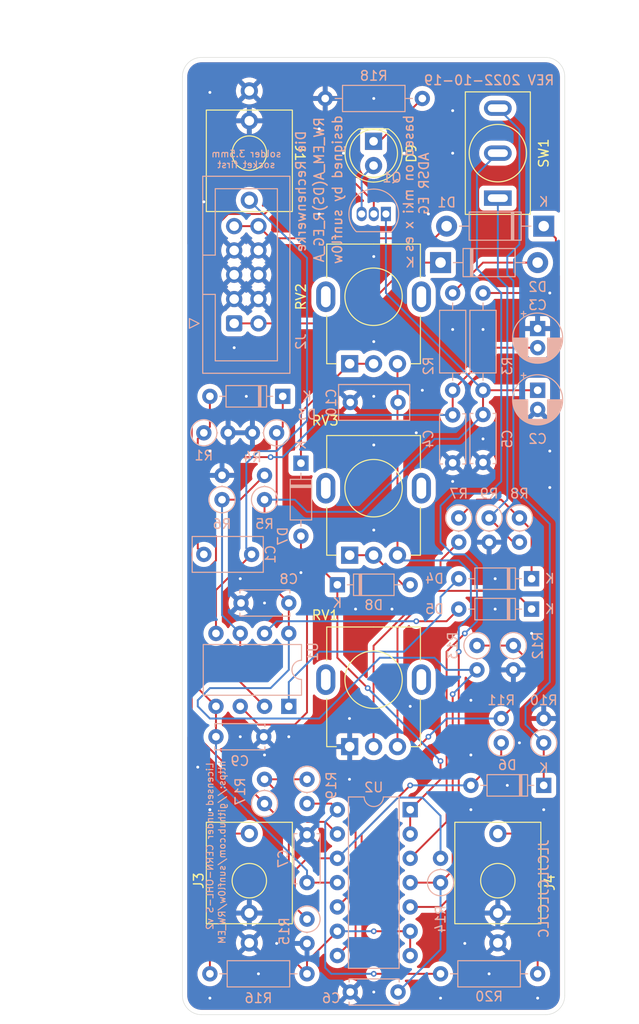
<source format=kicad_pcb>
(kicad_pcb (version 20211014) (generator pcbnew)
  (title_block (title "RW_EM_A(DS)R_EG_A") (date "2022-10-19") (rev "2022-10-19") (comment 1 "Licensed under CERN-OHL-S v2+"))
  (layers (0 "F.Cu" signal) (31 "B.Cu" signal) (34 "B.Paste" user) (35 "F.Paste" user) (36 "B.SilkS" user "B.Silkscreen") (37 "F.SilkS" user "F.Silkscreen") (38 "B.Mask" user) (39 "F.Mask" user) (44 "Edge.Cuts" user))
  (net 0 "")
  (net 1 "Net-(C1-Pad1)")
  (net 2 "Net-(C1-Pad2)")
  (net 3 "+12V")
  (net 4 "GND")
  (net 5 "-12V")
  (net 6 "Net-(C10-Pad2)")
  (net 7 "Net-(D1-Pad1)")
  (net 8 "Net-(D1-Pad2)")
  (net 9 "Net-(D2-Pad1)")
  (net 10 "Net-(D2-Pad2)")
  (net 11 "Net-(D3-Pad1)")
  (net 12 "Net-(D4-Pad1)")
  (net 13 "Net-(D4-Pad2)")
  (net 14 "Net-(D5-Pad1)")
  (net 15 "Net-(D5-Pad2)")
  (net 16 "Net-(D6-Pad1)")
  (net 17 "Net-(D6-Pad2)")
  (net 18 "Net-(D7-Pad1)")
  (net 19 "Net-(D7-Pad2)")
  (net 20 "Net-(D8-Pad2)")
  (net 21 "Net-(D9-Pad1)")
  (net 22 "Net-(D9-Pad2)")
  (net 23 "Net-(J3-PadT)")
  (net 24 "Net-(J4-PadT)")
  (net 25 "Net-(Q1-Pad2)")
  (net 26 "Net-(R5-Pad2)")
  (net 27 "Net-(R7-Pad2)")
  (net 28 "Net-(R8-Pad2)")
  (net 29 "Net-(R11-Pad2)")
  (net 30 "Net-(R14-Pad2)")
  (net 31 "Net-(R17-Pad2)")
  (net 32 "Net-(R19-Pad2)")
  (net 33 "Net-(SW1-Pad2)")
  (footprint "LED_THT:LED_D5.0mm" (layer "F.Cu") (at 160 38.76 -90)
    (fp_text reference "D9")
    (fp_text value "LED")
  )
  (footprint "RW_EurorackModular:Potentiometer_R0904N_SongHuei" (layer "F.Cu") (at 160 75)
    (fp_text reference "RV3")
    (fp_text value "1M")
  )
  (footprint "RW_EurorackModular:Potentiometer_R0904N_SongHuei" (layer "F.Cu") (at 160 95)
    (fp_text reference "RV1")
    (fp_text value "100k")
  )
  (footprint "RW_EurorackModular:PJ301M-12" (layer "F.Cu") (at 147 40 180)
    (fp_text reference "J1")
    (fp_text value "PJ301M-12")
  )
  (footprint "RW_EurorackModular:PJ301M-12" (layer "F.Cu") (at 147 116)
    (fp_text reference "J3")
    (fp_text value "PJ301M-12")
  )
  (footprint "RW_EurorackModular:Potentiometer_R0904N_SongHuei" (layer "F.Cu") (at 160 55)
    (fp_text reference "RV2")
    (fp_text value "1M")
  )
  (footprint "RW_EurorackModular:PJ301M-12" (layer "F.Cu") (at 173 116)
    (fp_text reference "J4")
    (fp_text value "PJ301M-12")
  )
  (footprint "RW_EurorackModular:Toggle_Switch_LUGS_SPDT" (layer "F.Cu") (at 173 40)
    (fp_text reference "SW1")
    (fp_text value "SW_SPDT")
  )
  (footprint "Package_DIP:DIP-8_W7.62mm" (layer "B.Cu") (at 151.13 97.79 90)
    (fp_text reference "U1")
    (fp_text value "TL072")
  )
  (footprint "Resistor_THT:R_Axial_DIN0207_L6.3mm_D2.5mm_P2.54mm_Vertical" (layer "B.Cu") (at 142.24 69.215)
    (fp_text reference "R1")
    (fp_text value "33k")
  )
  (footprint "Capacitor_THT:C_Disc_D5.0mm_W2.5mm_P5.00mm" (layer "B.Cu") (at 148.51 100.965 180)
    (fp_text reference "C9")
    (fp_text value "100nF")
  )
  (footprint "Diode_THT:D_DO-35_SOD27_P7.62mm_Horizontal" (layer "B.Cu") (at 150.495 65.405 180)
    (fp_text reference "D3")
    (fp_text value "1N4148")
  )
  (footprint "Capacitor_THT:C_Disc_D5.0mm_W2.5mm_P5.00mm" (layer "B.Cu") (at 151.13 86.995 180)
    (fp_text reference "C8")
    (fp_text value "100nF")
  )
  (footprint "Diode_THT:D_DO-41_SOD81_P10.16mm_Horizontal" (layer "B.Cu") (at 177.8 47.625 180)
    (fp_text reference "D1")
    (fp_text value "1N5819")
  )
  (footprint "Resistor_THT:R_Axial_DIN0207_L6.3mm_D2.5mm_P2.54mm_Vertical" (layer "B.Cu") (at 174.625 91.44 -90)
    (fp_text reference "R12")
    (fp_text value "100k")
  )
  (footprint "Resistor_THT:R_Axial_DIN0207_L6.3mm_D2.5mm_P10.16mm_Horizontal" (layer "B.Cu") (at 168.275 54.61 -90)
    (fp_text reference "R2")
    (fp_text value "10")
  )
  (footprint "Diode_THT:D_DO-35_SOD27_P7.62mm_Horizontal" (layer "B.Cu") (at 152.4 72.39 -90)
    (fp_text reference "D7")
    (fp_text value "1N4148")
  )
  (footprint "Resistor_THT:R_Axial_DIN0207_L6.3mm_D2.5mm_P2.54mm_Vertical" (layer "B.Cu") (at 175.26 78.105 -90)
    (fp_text reference "R8")
    (fp_text value "33k")
  )
  (footprint "Resistor_THT:R_Axial_DIN0207_L6.3mm_D2.5mm_P2.54mm_Vertical" (layer "B.Cu") (at 144.145 76.2 90)
    (fp_text reference "R6")
    (fp_text value "47k")
  )
  (footprint "Diode_THT:D_DO-35_SOD27_P7.62mm_Horizontal" (layer "B.Cu") (at 177.8 106.045 180)
    (fp_text reference "D6")
    (fp_text value "1N4148")
  )
  (footprint "Package_DIP:DIP-14_W7.62mm" (layer "B.Cu") (at 163.83 108.585 180)
    (fp_text reference "U2")
    (fp_text value "TL074")
  )
  (footprint "Resistor_THT:R_Axial_DIN0207_L6.3mm_D2.5mm_P2.54mm_Vertical" (layer "B.Cu") (at 153.035 120.015 -90)
    (fp_text reference "R15")
    (fp_text value "33k")
  )
  (footprint "Resistor_THT:R_Axial_DIN0207_L6.3mm_D2.5mm_P2.54mm_Vertical" (layer "B.Cu") (at 148.59 107.95 90)
    (fp_text reference "R17")
    (fp_text value "100k")
  )
  (footprint "Resistor_THT:R_Axial_DIN0207_L6.3mm_D2.5mm_P2.54mm_Vertical" (layer "B.Cu") (at 173.355 101.6 90)
    (fp_text reference "R11")
    (fp_text value "47k")
  )
  (footprint "Diode_THT:D_DO-35_SOD27_P7.62mm_Horizontal" (layer "B.Cu") (at 176.53 84.455 180)
    (fp_text reference "D4")
    (fp_text value "1N4148")
  )
  (footprint "Resistor_THT:R_Axial_DIN0207_L6.3mm_D2.5mm_P10.16mm_Horizontal" (layer "B.Cu") (at 165.1 34.29 180)
    (fp_text reference "R18")
    (fp_text value "1k")
  )
  (footprint "Connector_IDC:IDC-Header_2x05_P2.54mm_Vertical" (layer "B.Cu") (at 145.415 57.785)
    (fp_text reference "J2")
    (fp_text value "IDC_02x05")
  )
  (footprint "Resistor_THT:R_Axial_DIN0207_L6.3mm_D2.5mm_P2.54mm_Vertical" (layer "B.Cu") (at 167.005 116.205 90)
    (fp_text reference "R14")
    (fp_text value "47k")
  )
  (footprint "Resistor_THT:R_Axial_DIN0207_L6.3mm_D2.5mm_P10.16mm_Horizontal" (layer "B.Cu") (at 167.005 125.73)
    (fp_text reference "R20")
    (fp_text value "1k")
  )
  (footprint "Resistor_THT:R_Axial_DIN0207_L6.3mm_D2.5mm_P2.54mm_Vertical" (layer "B.Cu") (at 170.815 91.44 -90)
    (fp_text reference "R13")
    (fp_text value "47k")
  )
  (footprint "Resistor_THT:R_Axial_DIN0207_L6.3mm_D2.5mm_P2.54mm_Vertical" (layer "B.Cu") (at 177.8 101.6 90)
    (fp_text reference "R10")
    (fp_text value "100k")
  )
  (footprint "Capacitor_THT:C_Rect_L7.2mm_W3.5mm_P5.00mm_FKS2_FKP2_MKS2_MKP2" (layer "B.Cu") (at 157.56 66.04)
    (fp_text reference "C10")
    (fp_text value "1uF")
  )
  (footprint "Package_TO_SOT_THT:TO-92_Inline" (layer "B.Cu") (at 161.29 46.355 180)
    (fp_text reference "Q1")
    (fp_text value "BC548")
  )
  (footprint "Capacitor_THT:C_Disc_D5.0mm_W2.5mm_P5.00mm" (layer "B.Cu") (at 171.45 67.31 -90)
    (fp_text reference "C4")
    (fp_text value "100nF")
  )
  (footprint "Capacitor_THT:CP_Radial_D5.0mm_P2.00mm" (layer "B.Cu") (at 177.165 58.325 -90)
    (fp_text reference "C3")
    (fp_text value "47uF")
  )
  (footprint "Resistor_THT:R_Axial_DIN0207_L6.3mm_D2.5mm_P2.54mm_Vertical" (layer "B.Cu") (at 172.085 78.105 -90)
    (fp_text reference "R9")
    (fp_text value "200k")
  )
  (footprint "Resistor_THT:R_Axial_DIN0207_L6.3mm_D2.5mm_P10.16mm_Horizontal" (layer "B.Cu") (at 171.45 54.61 -90)
    (fp_text reference "R3")
    (fp_text value "10")
  )
  (footprint "Resistor_THT:R_Axial_DIN0207_L6.3mm_D2.5mm_P2.54mm_Vertical" (layer "B.Cu") (at 148.59 76.2 90)
    (fp_text reference "R5")
    (fp_text value "100k")
  )
  (footprint "Capacitor_THT:C_Disc_D5.0mm_W2.5mm_P5.00mm" (layer "B.Cu") (at 168.275 72.35 90)
    (fp_text reference "C5")
    (fp_text value "100nF")
  )
  (footprint "Diode_THT:D_DO-35_SOD27_P7.62mm_Horizontal" (layer "B.Cu") (at 156.21 85.09)
    (fp_text reference "D8")
    (fp_text value "1N4148")
  )
  (footprint "Resistor_THT:R_Axial_DIN0207_L6.3mm_D2.5mm_P2.54mm_Vertical" (layer "B.Cu") (at 168.91 78.105 -90)
    (fp_text reference "R7")
    (fp_text value "100k")
  )
  (footprint "Capacitor_THT:C_Disc_D5.0mm_W2.5mm_P5.00mm" (layer "B.Cu") (at 162.56 127.635 180)
    (fp_text reference "C6")
    (fp_text value "100nF")
  )
  (footprint "Capacitor_THT:C_Disc_D5.0mm_W2.5mm_P5.00mm" (layer "B.Cu") (at 153.035 111.205 -90)
    (fp_text reference "C7")
    (fp_text value "100nF")
  )
  (footprint "Capacitor_THT:C_Rect_L7.2mm_W3.5mm_P5.00mm_FKS2_FKP2_MKS2_MKP2" (layer "B.Cu") (at 147.24 81.915 180)
    (fp_text reference "C1")
    (fp_text value "1uF")
  )
  (footprint "Diode_THT:D_DO-35_SOD27_P7.62mm_Horizontal" (layer "B.Cu") (at 176.53 87.63 180)
    (fp_text reference "D5")
    (fp_text value "1N4148")
  )
  (footprint "Capacitor_THT:CP_Radial_D5.0mm_P2.00mm" (layer "B.Cu") (at 177.165 64.77 -90)
    (fp_text reference "C2")
    (fp_text value "47uF")
  )
  (footprint "Diode_THT:D_DO-41_SOD81_P10.16mm_Horizontal" (layer "B.Cu") (at 167.005 51.435)
    (fp_text reference "D2")
    (fp_text value "1N5819")
  )
  (footprint "Resistor_THT:R_Axial_DIN0207_L6.3mm_D2.5mm_P2.54mm_Vertical" (layer "B.Cu") (at 149.86 69.215 180)
    (fp_text reference "R4")
    (fp_text value "100k")
  )
  (footprint "Resistor_THT:R_Axial_DIN0207_L6.3mm_D2.5mm_P2.54mm_Vertical" (layer "B.Cu") (at 153.035 105.41 -90)
    (fp_text reference "R19")
    (fp_text value "100k")
  )
  (footprint "Resistor_THT:R_Axial_DIN0207_L6.3mm_D2.5mm_P10.16mm_Horizontal" (layer "B.Cu") (at 153.035 125.73 180)
    (fp_text reference "R16")
    (fp_text value "1k")
  )
  (gr_arc (start 142 130) (mid 140.585786 129.414214) (end 140 128) (layer "Edge.Cuts") (width 0.05))
  (gr_arc (start 140 32) (mid 140.585786 30.585786) (end 142 30) (layer "Edge.Cuts") (width 0.05))
  (gr_arc (start 180 128) (mid 179.414214 129.414214) (end 178 130) (layer "Edge.Cuts") (width 0.05))
  (gr_line (start 178 130) (end 142 130) (layer "Edge.Cuts") (width 0.05))
  (gr_line (start 180 32) (end 180 128) (layer "Edge.Cuts") (width 0.05))
  (gr_line (start 142 30) (end 178 30) (layer "Edge.Cuts") (width 0.05))
  (gr_line (start 140 128) (end 140 32) (layer "Edge.Cuts") (width 0.05))
  (gr_arc (start 178 30) (mid 179.414214 30.585786) (end 180 32) (layer "Edge.Cuts") (width 0.05))
  (gr_text "designed by sunfl0w" (at 156.21 43.815 90) (layer "B.SilkS") (effects (font (size 1 1) (thickness 0.16)) (justify mirror)))
  (gr_text "RW_EM_A(DS)R_EG_A" (at 154.305 43.815 90) (layer "B.SilkS") (effects (font (size 1 1) (thickness 0.16)) (justify mirror)))
  (gr_text "JLCJLCJLCJLC" (at 177.8 116.84 90) (layer "B.SilkS") (effects (font (size 1 1) (thickness 0.16)) (justify mirror)))
  (gr_text "https://github.com/sunfl0w/RW_EM" (at 144.145 113.03 90) (layer "B.SilkS") (effects (font (size 0.7 0.7) (thickness 0.12)) (justify mirror)))
  (gr_text "Licensed under CERN-OHL-S v2" (at 142.875 112.395 90) (layer "B.SilkS") (effects (font (size 0.7 0.7) (thickness 0.12)) (justify mirror)))
  (gr_text "REV 2022-10-19" (at 172.085 32.385) (layer "B.SilkS") (effects (font (size 1 1) (thickness 0.16)) (justify mirror)))
  (gr_text "based on mki x es\nADSR EG" (at 164.465 43.18 90) (layer "B.SilkS") (effects (font (size 1 1) (thickness 0.16)) (justify mirror)))
  (gr_text "solder 3.5mm\nsocket first" (at 146.685 40.64) (layer "B.SilkS") (effects (font (size 0.7 0.7) (thickness 0.12)) (justify mirror)))
  (gr_text "Die Rechenwerke" (at 152.4 44 90) (layer "B.SilkS") (effects (font (size 1 1) (thickness 0.16)) (justify mirror)))
  (segment (start 143.51 85.645) (end 143.51 90.17) (width 0.2) (layer "F.Cu") (net 1))
  (segment (start 147.24 81.915) (end 143.51 85.645) (width 0.2) (layer "F.Cu") (net 1))
  (segment (start 147.955 71.12) (end 146.685 72.39) (width 0.2) (layer "B.Cu") (net 1))
  (segment (start 153.035 67.945) (end 149.86 71.12) (width 0.2) (layer "B.Cu") (net 1))
  (segment (start 146.685 72.39) (end 146.685 81.28) (width 0.2) (layer "B.Cu") (net 1))
  (segment (start 146.685 81.28) (end 147.24 81.835) (width 0.2) (layer "B.Cu") (net 1))
  (segment (start 147 44.92) (end 153.035 50.955) (width 0.2) (layer "B.Cu") (net 1))
  (segment (start 153.035 50.955) (end 153.035 67.945) (width 0.2) (layer "B.Cu") (net 1))
  (segment (start 149.86 71.12) (end 147.955 71.12) (width 0.2) (layer "B.Cu") (net 1))
  (segment (start 147.24 81.835) (end 147.24 81.915) (width 0.2) (layer "B.Cu") (net 1))
  (segment (start 141.605 81.28) (end 142.24 81.915) (width 0.2) (layer "F.Cu") (net 2))
  (segment (start 141.605 69.85) (end 141.605 81.28) (width 0.2) (layer "F.Cu") (net 2))
  (segment (start 142.24 69.215) (end 141.605 69.85) (width 0.2) (layer "F.Cu") (net 2))
  (segment (start 142.875 68.58) (end 142.24 69.215) (width 0.2) (layer "F.Cu") (net 2))
  (segment (start 142.875 65.405) (end 142.875 68.58) (width 0.2) (layer "F.Cu") (net 2))
  (segment (start 171.45 64.77) (end 171.45 67.31) (width 0.2) (layer "F.Cu") (net 3))
  (segment (start 168.275 114.935) (end 168.275 96.52) (width 0.2) (layer "F.Cu") (net 3))
  (segment (start 148.59 76.2) (end 148.59 84.455) (width 0.2) (layer "F.Cu") (net 3))
  (segment (start 151.13 86.995) (end 151.13 90.17) (width 0.2) (layer "F.Cu") (net 3))
  (segment (start 163.83 116.205) (end 167.005 116.205) (width 0.2) (layer "F.Cu") (net 3))
  (segment (start 148.59 84.455) (end 151.13 86.995) (width 0.2) (layer "F.Cu") (net 3))
  (segment (start 171.45 64.77) (end 177.165 64.77) (width 0.2) (layer "F.Cu") (net 3))
  (segment (start 167.005 116.205) (end 168.275 114.935) (width 0.2) (layer "F.Cu") (net 3))
  (via (at 168.275 96.52) (size 0.6) (drill 0.3) (layers "F.Cu" "B.Cu") (net 3))
  (segment (start 161.29 54.61) (end 171.45 64.77) (width 0.2) (layer "B.Cu") (net 3))
  (segment (start 158.75 77.47) (end 166.37 69.85) (width 0.2) (layer "B.Cu") (net 3))
  (segment (start 141.605 97.155) (end 142.875 95.885) (width 0.2) (layer "B.Cu") (net 3))
  (segment (start 151.765 76.2) (end 153.035 77.47) (width 0.2) (layer "B.Cu") (net 3))
  (segment (start 166.37 92.71) (end 160.655 92.71) (width 0.2) (layer "B.Cu") (net 3))
  (segment (start 160.655 92.71) (end 154.305 99.06) (width 0.2) (layer "B.Cu") (net 3))
  (segment (start 162.56 127.635) (end 167.005 123.19) (width 0.2) (layer "B.Cu") (net 3))
  (segment (start 149.225 95.885) (end 151.13 93.98) (width 0.2) (layer "B.Cu") (net 3))
  (segment (start 168.91 69.85) (end 171.45 67.31) (width 0.2) (layer "B.Cu") (net 3))
  (segment (start 142.875 99.06) (end 141.605 97.79) (width 0.2) (layer "B.Cu") (net 3))
  (segment (start 151.13 93.98) (end 151.13 90.17) (width 0.2) (layer "B.Cu") (net 3))
  (segment (start 161.29 46.355) (end 161.29 54.61) (width 0.2) (layer "B.Cu") (net 3))
  (segment (start 166.37 69.85) (end 168.91 69.85) (width 0.2) (layer "B.Cu") (net 3))
  (segment (start 167.005 123.19) (end 167.005 116.205) (width 0.2) (layer "B.Cu") (net 3))
  (segment (start 141.605 97.79) (end 141.605 97.155) (width 0.2) (layer "B.Cu") (net 3))
  (segment (start 154.305 99.06) (end 142.875 99.06) (width 0.2) (layer "B.Cu") (net 3))
  (segment (start 167.64 93.98) (end 166.37 92.71) (width 0.2) (layer "B.Cu") (net 3))
  (segment (start 170.815 93.98) (end 167.64 93.98) (width 0.2) (layer "B.Cu") (net 3))
  (segment (start 153.035 77.47) (end 158.75 77.47) (width 0.2) (layer "B.Cu") (net 3))
  (segment (start 168.275 96.52) (end 170.815 93.98) (width 0.2) (layer "B.Cu") (net 3))
  (segment (start 142.875 95.885) (end 149.225 95.885) (width 0.2) (layer "B.Cu") (net 3))
  (segment (start 148.59 76.2) (end 151.765 76.2) (width 0.2) (layer "B.Cu") (net 3))
  (via (at 177.8 108.585) (size 0.6) (drill 0.3) (layers "F.Cu" "B.Cu") (net 4))
  (via (at 170.18 108.585) (size 0.6) (drill 0.3) (layers "F.Cu" "B.Cu") (net 4))
  (via (at 167.005 128.27) (size 0.6) (drill 0.3) (layers "F.Cu" "B.Cu") (net 4))
  (via (at 141.605 104.14) (size 0.6) (drill 0.3) (layers "F.Cu" "B.Cu") (net 4))
  (via (at 148.59 86.995) (size 0.6) (drill 0.3) (layers "F.Cu" "B.Cu") (net 4))
  (via (at 142.24 45.085) (size 0.6) (drill 0.3) (layers "F.Cu" "B.Cu") (net 4))
  (via (at 172.72 84.455) (size 0.6) (drill 0.3) (layers "F.Cu" "B.Cu") (net 4))
  (via (at 173.99 106.045) (size 0.6) (drill 0.3) (layers "F.Cu" "B.Cu") (net 4))
  (via (at 142.875 33.655) (size 0.6) (drill 0.3) (layers "F.Cu" "B.Cu") (net 4))
  (via (at 142.875 71.12) (size 0.6) (drill 0.3) (layers "F.Cu" "B.Cu") (net 4))
  (via (at 152.4 83.82) (size 0.6) (drill 0.3) (layers "F.Cu" "B.Cu") (net 4))
  (via (at 168.275 58.42) (size 0.6) (drill 0.3) (layers "F.Cu" "B.Cu") (net 4))
  (via (at 148.59 102.87) (size 0.6) (drill 0.3) (layers "F.Cu" "B.Cu") (net 4))
  (via (at 160.02 70.485) (size 0.6) (drill 0.3) (layers "F.Cu" "B.Cu") (net 4))
  (via (at 170.18 97.155) (size 0.6) (drill 0.3) (layers "F.Cu" "B.Cu") (net 4))
  (via (at 160.02 79.375) (size 0.6) (drill 0.3) (layers "F.Cu" "B.Cu") (net 4))
  (via (at 168.275 74.295) (size 0.6) (drill 0.3) (layers "F.Cu" "B.Cu") (net 4))
  (via (at 149.86 122.555) (size 0.6) (drill 0.3) (layers "F.Cu" "B.Cu") (net 4))
  (via (at 178.435 54.61) (size 0.6) (drill 0.3) (layers "F.Cu" "B.Cu") (net 4))
  (via (at 156.845 40.005) (size 0.6) (drill 0.3) (layers "F.Cu" "B.Cu") (net 4))
  (via (at 160.02 127.635) (size 0.6) (drill 0.3) (layers "F.Cu" "B.Cu") (net 4))
  (via (at 177.165 128.27) (size 0.6) (drill 0.3) (layers "F.Cu" "B.Cu") (net 4))
  (via (at 157.48 105.41) (size 0.6) (drill 0.3) (layers "F.Cu" "B.Cu") (net 4))
  (via (at 146.685 65.405) (size 0.6) (drill 0.3) (layers "F.Cu" "B.Cu") (net 4))
  (via (at 160.02 65.405) (size 0.6) (drill 0.3) (layers "F.Cu" "B.Cu") (net 4))
  (via (at 160.02 50.8) (size 0.6) (drill 0.3) (layers "F.Cu" "B.Cu") (net 4))
  (via (at 165.1 64.77) (size 0.6) (drill 0.3) (layers "F.Cu" "B.Cu") (net 4))
  (via (at 160.02 59.69) (size 0.6) (drill 0.3) (layers "F.Cu" "B.Cu") (net 4))
  (via (at 161.925 87.63) (size 0.6) (drill 0.3) (layers "F.Cu" "B.Cu") (net 4))
  (via (at 171.45 58.42) (size 0.6) (drill 0.3) (layers "F.Cu" "B.Cu") (net 4))
  (via (at 154.305 37.465) (size 0.6) (drill 0.3) (layers "F.Cu" "B.Cu") (net 4))
  (via (at 160.02 34.29) (size 0.6) (drill 0.3) (layers "F.Cu" "B.Cu") (net 4))
  (via (at 146.05 84.455) (size 0.6) (drill 0.3) (layers "F.Cu" "B.Cu") (net 4))
  (via (at 163.195 40.005) (size 0.6) (drill 0.3) (layers "F.Cu" "B.Cu") (net 4))
  (via (at 165.735 46.355) (size 0.6) (drill 0.3) (layers "F.Cu" "B.Cu") (net 4))
  (via (at 171.45 69.85) (size 0.6) (drill 0.3) (layers "F.Cu" "B.Cu") (net 4))
  (via (at 151.13 100.965) (size 0.6) (drill 0.3) (layers "F.Cu" "B.Cu") (net 4))
  (via (at 178.435 74.93) (size 0.6) (drill 0.3) (layers "F.Cu" "B.Cu") (net 4))
  (via (at 142.875 108.585) (size 0.6) (drill 0.3) (layers "F.Cu" "B.Cu") (net 4))
  (via (at 168.275 40.005) (size 0.6) (drill 0.3) (layers "F.Cu" "B.Cu") (net 4))
  (via (at 172.085 125.73) (size 0.6) (drill 0.3) (layers "F.Cu" "B.Cu") (net 4))
  (via (at 176.53 90.17) (size 0.6) (drill 0.3) (layers "F.Cu" "B.Cu") (net 4))
  (via (at 145.415 60.325) (size 0.6) (drill 0.3) (layers "F.Cu" "B.Cu") (net 4))
  (via (at 172.72 87.63) (size 0.6) (drill 0.3) (layers "F.Cu" "B.Cu") (net 4))
  (via (at 157.48 99.06) (size 0.6) (drill 0.3) (layers "F.Cu" "B.Cu") (net 4))
  (via (at 169.545 122.555) (size 0.6) (drill 0.3) (layers "F.Cu" "B.Cu") (net 4))
  (via (at 158.115 87.63) (size 0.6) (drill 0.3) (layers "F.Cu" "B.Cu") (net 4))
  (via (at 142.875 128.27) (size 0.6) (drill 0.3) (layers "F.Cu" "B.Cu") (net 4))
  (via (at 178.435 71.12) (size 0.6) (drill 0.3) (layers "F.Cu" "B.Cu") (net 4))
  (via (at 154.305 46.355) (size 0.6) (drill 0.3) (layers "F.Cu" "B.Cu") (net 4))
  (via (at 163.83 97.79) (size 0.6) (drill 0.3) (layers "F.Cu" "B.Cu") (net 4))
  (via (at 146.05 100.965) (size 0.6) (drill 0.3) (layers "F.Cu" "B.Cu") (net 4))
  (via (at 168.275 35.56) (size 0.6) (drill 0.3) (layers "F.Cu" "B.Cu") (net 4))
  (via (at 175.26 101.6) (size 0.6) (drill 0.3) (layers "F.Cu" "B.Cu") (net 4))
  (via (at 170.18 102.87) (size 0.6) (drill 0.3) (layers "F.Cu" "B.Cu") (net 4))
  (via (at 164.465 69.215) (size 0.6) (drill 0.3) (layers "F.Cu" "B.Cu") (net 4))
  (via (at 147.955 125.73) (size 0.6) (drill 0.3) (layers "F.Cu" "B.Cu") (net 4))
  (segment (start 143.51 82.55) (end 143.51 80.01) (width 0.2) (layer "F.Cu") (net 5))
  (segment (start 142.24 73.025) (end 143.51 71.755) (width 0.2) (layer "F.Cu") (net 5))
  (segment (start 156.21 116.205) (end 153.035 116.205) (width 0.2) (layer "F.Cu") (net 5))
  (segment (start 142.24 78.74) (end 142.24 73.025) (width 0.2) (layer "F.Cu") (net 5))
  (segment (start 141.605 84.455) (end 143.51 82.55) (width 0.2) (layer "F.Cu") (net 5))
  (segment (start 172.72 60.325) (end 177.165 60.325) (width 0.2) (layer "F.Cu") (net 5))
  (segment (start 143.51 80.01) (end 142.24 78.74) (width 0.2) (layer "F.Cu") (net 5))
  (segment (start 168.275 64.77) (end 168.275 67.35) (width 0.2) (layer "F.Cu") (net 5))
  (segment (start 141.605 95.885) (end 141.605 84.455) (width 0.2) (layer "F.Cu") (net 5))
  (segment (start 143.51 97.79) (end 143.51 100.965) (width 0.2) (layer "F.Cu") (net 5))
  (segment (start 143.51 71.755) (end 149.225 71.755) (width 0.2) (layer "F.Cu") (net 5))
  (segment (start 168.275 64.77) (end 172.72 60.325) (width 0.2) (layer "F.Cu") (net 5))
  (segment (start 143.51 97.79) (end 141.605 95.885) (width 0.2) (layer "F.Cu") (net 5))
  (via (at 149.225 71.755) (size 0.6) (drill 0.3) (layers "F.Cu" "B.Cu") (net 5))
  (segment (start 143.51 100.965) (end 143.51 105.41) (width 0.2) (layer "B.Cu") (net 5))
  (segment (start 154.9 67.35) (end 168.275 67.35) (width 0.2) (layer "B.Cu") (net 5))
  (segment (start 143.51 105.41) (end 153.035 114.935) (width 0.2) (layer "B.Cu") (net 5))
  (segment (start 153.035 114.935) (end 153.035 116.205) (width 0.2) (layer "B.Cu") (net 5))
  (segment (start 150.495 71.755) (end 154.9 67.35) (width 0.2) (layer "B.Cu") (net 5))
  (segment (start 149.225 71.755) (end 150.495 71.755) (width 0.2) (layer "B.Cu") (net 5))
  (segment (start 163.83 118.745) (end 167.005 118.745) (width 0.2) (layer "F.Cu") (net 6))
  (segment (start 162.5 65.98) (end 162.56 66.04) (width 0.2) (layer "F.Cu") (net 6))
  (segment (start 162.5 66.1) (end 162.56 66.04) (width 0.2) (layer "F.Cu") (net 6))
  (segment (start 168.91 116.84) (end 168.91 92.075) (width 0.2) (layer "F.Cu") (net 6))
  (segment (start 167.005 118.745) (end 168.91 116.84) (width 0.2) (layer "F.Cu") (net 6))
  (segment (start 162.5 82) (end 162.5 66.1) (width 0.2) (layer "F.Cu") (net 6))
  (segment (start 162.5 62) (end 162.5 65.98) (width 0.2) (layer "F.Cu") (net 6))
  (via (at 168.91 92.075) (size 0.6) (drill 0.3) (layers "F.Cu" "B.Cu") (net 6))
  (segment (start 170.18 83.82) (end 168.91 82.55) (width 0.2) (layer "B.Cu") (net 6))
  (segment (start 168.91 89.535) (end 170.18 88.265) (width 0.2) (layer "B.Cu") (net 6))
  (segment (start 168.91 92.075) (end 168.91 89.535) (width 0.2) (layer "B.Cu") (net 6))
  (segment (start 170.18 88.265) (end 170.18 83.82) (width 0.2) (layer "B.Cu") (net 6))
  (segment (start 168.91 82.55) (end 163.05 82.55) (width 0.2) (layer "B.Cu") (net 6))
  (segment (start 163.05 82.55) (end 162.5 82) (width 0.2) (layer "B.Cu") (net 6))
  (segment (start 179.07 48.895) (end 179.07 52.07) (width 0.2) (layer "F.Cu") (net 7))
  (segment (start 179.07 52.07) (end 176.53 54.61) (width 0.2) (layer "F.Cu") (net 7))
  (segment (start 176.53 54.61) (end 171.45 54.61) (width 0.2) (layer "F.Cu") (net 7))
  (segment (start 177.8 47.625) (end 179.07 48.895) (width 0.2) (layer "F.Cu") (net 7))
  (segment (start 145.415 47.625) (end 147.955 47.625) (width 0.2) (layer "F.Cu") (net 8))
  (segment (start 149.225 48.895) (end 166.37 48.895) (width 0.2) (layer "F.Cu") (net 8))
  (segment (start 166.37 48.895) (end 167.64 47.625) (width 0.2) (layer "F.Cu") (net 8))
  (segment (start 147.955 47.625) (end 149.225 48.895) (width 0.2) (layer "F.Cu") (net 8))
  (segment (start 147.955 57.785) (end 157.48 57.785) (width 0.2) (layer "F.Cu") (net 9))
  (segment (start 157.48 57.785) (end 163.83 51.435) (width 0.2) (layer "F.Cu") (net 9))
  (segment (start 163.83 51.435) (end 167.005 51.435) (width 0.2) (layer "F.Cu") (net 9))
  (segment (start 145.415 57.785) (end 147.955 57.785) (width 0.2) (layer "F.Cu") (net 9))
  (segment (start 171.45 51.435) (end 177.165 51.435) (width 0.2) (layer "F.Cu") (net 10))
  (segment (start 168.275 54.61) (end 171.45 51.435) (width 0.2) (layer "F.Cu") (net 10))
  (segment (start 150.495 65.405) (end 150.495 68.58) (width 0.2) (layer "F.Cu") (net 11))
  (segment (start 153.035 86.36) (end 153.035 98.425) (width 0.2) (layer "F.Cu") (net 11))
  (segment (start 153.035 98.425) (end 151.765 99.695) (width 0.2) (layer "F.Cu") (net 11))
  (segment (start 149.86 69.215) (end 149.86 83.185) (width 0.2) (layer "F.Cu") (net 11))
  (segment (start 149.86 83.185) (end 153.035 86.36) (width 0.2) (layer "F.Cu") (net 11))
  (segment (start 147.955 99.695) (end 146.05 97.79) (width 0.2) (layer "F.Cu") (net 11))
  (segment (start 151.765 99.695) (end 147.955 99.695) (width 0.2) (layer "F.Cu") (net 11))
  (segment (start 150.495 68.58) (end 149.86 69.215) (width 0.2) (layer "F.Cu") (net 11))
  (segment (start 176.53 79.375) (end 175.26 78.105) (width 0.2) (layer "F.Cu") (net 12))
  (segment (start 173.355 76.2) (end 175.26 78.105) (width 0.2) (layer "F.Cu") (net 12))
  (segment (start 176.53 84.455) (end 176.53 79.375) (width 0.2) (layer "F.Cu") (net 12))
  (segment (start 168.91 78.105) (end 170.815 76.2) (width 0.2) (layer "F.Cu") (net 12))
  (segment (start 170.815 76.2) (end 173.355 76.2) (width 0.2) (layer "F.Cu") (net 12))
  (segment (start 167.005 88.265) (end 167.005 86.36) (width 0.2) (layer "B.Cu") (net 13))
  (segment (start 151.13 95.25) (end 154.305 92.075) (width 0.2) (layer "B.Cu") (net 13))
  (segment (start 154.305 92.075) (end 163.195 92.075) (width 0.2) (layer "B.Cu") (net 13))
  (segment (start 167.005 86.36) (end 168.91 84.455) (width 0.2) (layer "B.Cu") (net 13))
  (segment (start 163.195 92.075) (end 167.005 88.265) (width 0.2) (layer "B.Cu") (net 13))
  (segment (start 151.13 97.79) (end 151.13 95.25) (width 0.2) (layer "B.Cu") (net 13))
  (segment (start 162.5 102) (end 162.5 89.595) (width 0.2) (layer "F.Cu") (net 14))
  (segment (start 166.37 85.725) (end 174.625 85.725) (width 0.2) (layer "F.Cu") (net 14))
  (segment (start 162.5 89.595) (end 166.37 85.725) (width 0.2) (layer "F.Cu") (net 14))
  (segment (start 174.625 85.725) (end 176.53 87.63) (width 0.2) (layer "F.Cu") (net 14))
  (segment (start 167.64 88.9) (end 168.91 87.63) (width 0.2) (layer "F.Cu") (net 15))
  (segment (start 164.465 88.9) (end 167.64 88.9) (width 0.2) (layer "F.Cu") (net 15))
  (via (at 164.465 88.9) (size 0.6) (drill 0.3) (layers "F.Cu" "B.Cu") (net 15))
  (segment (start 149.86 88.9) (end 164.465 88.9) (width 0.2) (layer "B.Cu") (net 15))
  (segment (start 148.59 90.17) (end 149.86 88.9) (width 0.2) (layer "B.Cu") (net 15))
  (segment (start 177.8 101.6) (end 177.8 106.045) (width 0.2) (layer "F.Cu") (net 16))
  (segment (start 175.26 37.56) (end 175.26 49.53) (width 0.2) (layer "B.Cu") (net 16))
  (segment (start 174.625 74.93) (end 178.435 78.74) (width 0.2) (layer "B.Cu") (net 16))
  (segment (start 178.435 78.74) (end 178.435 95.25) (width 0.2) (layer "B.Cu") (net 16))
  (segment (start 175.895 99.695) (end 177.8 101.6) (width 0.2) (layer "B.Cu") (net 16))
  (segment (start 173.99 52.705) (end 174.625 53.34) (width 0.2) (layer "B.Cu") (net 16))
  (segment (start 174.625 53.34) (end 174.625 74.93) (width 0.2) (layer "B.Cu") (net 16))
  (segment (start 173 35.3) (end 175.26 37.56) (width 0.2) (layer "B.Cu") (net 16))
  (segment (start 175.895 97.79) (end 175.895 99.695) (width 0.2) (layer "B.Cu") (net 16))
  (segment (start 175.26 49.53) (end 173.99 50.8) (width 0.2) (layer "B.Cu") (net 16))
  (segment (start 173.99 50.8) (end 173.99 52.705) (width 0.2) (layer "B.Cu") (net 16))
  (segment (start 178.435 95.25) (end 175.895 97.79) (width 0.2) (layer "B.Cu") (net 16))
  (segment (start 158.115 121.92) (end 158.115 118.11) (width 0.2) (layer "F.Cu") (net 17))
  (segment (start 158.75 117.475) (end 158.75 111.125) (width 0.2) (layer "F.Cu") (net 17))
  (segment (start 158.115 118.11) (end 158.75 117.475) (width 0.2) (layer "F.Cu") (net 17))
  (segment (start 156.21 123.825) (end 158.115 121.92) (width 0.2) (layer "F.Cu") (net 17))
  (segment (start 173.355 101.6) (end 173.355 102.87) (width 0.2) (layer "F.Cu") (net 17))
  (segment (start 173.355 102.87) (end 170.18 106.045) (width 0.2) (layer "F.Cu") (net 17))
  (segment (start 158.75 111.125) (end 163.83 106.045) (width 0.2) (layer "F.Cu") (net 17))
  (via (at 163.83 106.045) (size 0.6) (drill 0.3) (layers "F.Cu" "B.Cu") (net 17))
  (segment (start 163.83 106.045) (end 170.18 106.045) (width 0.2) (layer "B.Cu") (net 17))
  (segment (start 152.4 67.1) (end 152.4 72.39) (width 0.2) (layer "F.Cu") (net 18))
  (segment (start 157.5 62) (end 152.4 67.1) (width 0.2) (layer "F.Cu") (net 18))
  (segment (start 157.5 62) (end 160 62) (width 0.2) (layer "F.Cu") (net 18))
  (segment (start 152.4 81.28) (end 156.21 85.09) (width 0.2) (layer "F.Cu") (net 19))
  (segment (start 163.83 108.585) (end 163.83 111.125) (width 0.2) (layer "F.Cu") (net 19))
  (segment (start 163.83 108.585) (end 167.005 105.41) (width 0.2) (layer "F.Cu") (net 19))
  (segment (start 156.21 92.71) (end 159.385 95.885) (width 0.2) (layer "F.Cu") (net 19))
  (segment (start 167.005 105.41) (end 167.005 103.505) (width 0.2) (layer "F.Cu") (net 19))
  (segment (start 152.4 80.01) (end 152.4 81.28) (width 0.2) (layer "F.Cu") (net 19))
  (segment (start 156.21 85.09) (end 156.21 92.71) (width 0.2) (layer "F.Cu") (net 19))
  (via (at 159.385 95.885) (size 0.6) (drill 0.3) (layers "F.Cu" "B.Cu") (net 19))
  (via (at 167.005 103.505) (size 0.6) (drill 0.3) (layers "F.Cu" "B.Cu") (net 19))
  (segment (start 159.385 95.885) (end 167.005 103.505) (width 0.2) (layer "B.Cu") (net 19))
  (segment (start 160 82) (end 163.09 85.09) (width 0.2) (layer "F.Cu") (net 20))
  (segment (start 163.09 85.09) (end 163.83 85.09) (width 0.2) (layer "F.Cu") (net 20))
  (segment (start 157.5 82) (end 160 82) (width 0.2) (layer "F.Cu") (net 20))
  (segment (start 160.63 38.76) (end 165.1 34.29) (width 0.2) (layer "F.Cu") (net 21))
  (segment (start 160 38.76) (end 160.63 38.76) (width 0.2) (layer "F.Cu") (net 21))
  (segment (start 158.75 46.355) (end 158.75 42.55) (width 0.2) (layer "B.Cu") (net 22))
  (segment (start 158.75 42.55) (end 160 41.3) (width 0.2) (layer "B.Cu") (net 22))
  (segment (start 142.875 125.73) (end 142.875 112.395) (width 0.2) (layer "F.Cu") (net 23))
  (segment (start 144.19 111.08) (end 147 111.08) (width 0.2) (layer "F.Cu") (net 23))
  (segment (start 142.875 112.395) (end 144.19 111.08) (width 0.2) (layer "F.Cu") (net 23))
  (segment (start 177.165 125.73) (end 177.165 112.395) (width 0.2) (layer "F.Cu") (net 24))
  (segment (start 175.85 111.08) (end 173 111.08) (width 0.2) (layer "F.Cu") (net 24))
  (segment (start 177.165 112.395) (end 175.85 111.08) (width 0.2) (layer "F.Cu") (net 24))
  (segment (start 156.21 121.285) (end 153.035 124.46) (width 0.2) (layer "F.Cu") (net 25))
  (segment (start 160.02 121.285) (end 163.83 121.285) (width 0.2) (layer "F.Cu") (net 25))
  (segment (start 151.13 110.49) (end 151.13 123.825) (width 0.2) (layer "F.Cu") (net 25))
  (segment (start 151.765 43.18) (end 148.59 46.355) (width 0.2) (layer "F.Cu") (net 25))
  (segment (start 160.02 46.355) (end 160.02 45.085) (width 0.2) (layer "F.Cu") (net 25))
  (segment (start 148.59 46.355) (end 144.78 46.355) (width 0.2) (layer "F.Cu") (net 25))
  (segment (start 158.115 43.18) (end 151.765 43.18) (width 0.2) (layer "F.Cu") (net 25))
  (segment (start 140.97 100.33) (end 148.59 107.95) (width 0.2) (layer "F.Cu") (net 25))
  (segment (start 140.97 50.165) (end 140.97 100.33) (width 0.2) (layer "F.Cu") (net 25))
  (segment (start 163.83 123.825) (end 163.83 121.285) (width 0.2) (layer "F.Cu") (net 25))
  (segment (start 144.78 46.355) (end 140.97 50.165) (width 0.2) (layer "F.Cu") (net 25))
  (segment (start 153.035 124.46) (end 153.035 125.73) (width 0.2) (layer "F.Cu") (net 25))
  (segment (start 148.59 107.95) (end 151.13 110.49) (width 0.2) (layer "F.Cu") (net 25))
  (segment (start 160.02 45.085) (end 158.115 43.18) (width 0.2) (layer "F.Cu") (net 25))
  (segment (start 151.13 123.825) (end 153.035 125.73) (width 0.2) (layer "F.Cu") (net 25))
  (via (at 160.02 121.285) (size 0.6) (drill 0.3) (layers "F.Cu" "B.Cu") (net 25))
  (segment (start 156.21 121.285) (end 160.02 121.285) (width 0.2) (layer "B.Cu") (net 25))
  (segment (start 144.145 76.2) (end 146.05 76.2) (width 0.2) (layer "F.Cu") (net 26))
  (segment (start 146.05 76.2) (end 148.59 73.66) (width 0.2) (layer "F.Cu") (net 26))
  (segment (start 146.05 90.17) (end 146.05 95.25) (width 0.2) (layer "F.Cu") (net 26))
  (segment (start 146.05 95.25) (end 148.59 97.79) (width 0.2) (layer "F.Cu") (net 26))
  (segment (start 144.145 88.265) (end 144.145 76.2) (width 0.2) (layer "B.Cu") (net 26))
  (segment (start 146.05 90.17) (end 144.145 88.265) (width 0.2) (layer "B.Cu") (net 26))
  (segment (start 167.005 84.455) (end 160 91.46) (width 0.2) (layer "F.Cu") (net 27))
  (segment (start 168.91 80.645) (end 167.005 82.55) (width 0.2) (layer "F.Cu") (net 27))
  (segment (start 160 91.46) (end 160 102) (width 0.2) (layer "F.Cu") (net 27))
  (segment (start 167.005 82.55) (end 167.005 84.455) (width 0.2) (layer "F.Cu") (net 27))
  (segment (start 172.085 78.105) (end 174.625 80.645) (width 0.2) (layer "F.Cu") (net 28))
  (segment (start 174.625 80.645) (end 175.26 80.645) (width 0.2) (layer "F.Cu") (net 28))
  (segment (start 173.99 53.975) (end 173.99 76.2) (width 0.2) (layer "B.Cu") (net 28))
  (segment (start 173 44.7) (end 173 52.985) (width 0.2) (layer "B.Cu") (net 28))
  (segment (start 173.99 76.2) (end 172.085 78.105) (width 0.2) (layer "B.Cu") (net 28))
  (segment (start 173 52.985) (end 173.99 53.975) (width 0.2) (layer "B.Cu") (net 28))
  (segment (start 176.53 95.885) (end 176.53 93.345) (width 0.2) (layer "F.Cu") (net 29))
  (segment (start 156.21 118.745) (end 158.115 116.84) (width 0.2) (layer "F.Cu") (net 29))
  (segment (start 158.115 116.84) (end 158.115 108.585) (width 0.2) (layer "F.Cu") (net 29))
  (segment (start 173.355 99.06) (end 176.53 95.885) (width 0.2) (layer "F.Cu") (net 29))
  (segment (start 158.115 108.585) (end 165.735 100.965) (width 0.2) (layer "F.Cu") (net 29))
  (segment (start 176.53 93.345) (end 174.625 91.44) (width 0.2) (layer "F.Cu") (net 29))
  (segment (start 170.815 91.44) (end 174.625 91.44) (width 0.2) (layer "F.Cu") (net 29))
  (via (at 165.735 100.965) (size 0.6) (drill 0.3) (layers "F.Cu" "B.Cu") (net 29))
  (segment (start 167.64 99.06) (end 173.355 99.06) (width 0.2) (layer "B.Cu") (net 29))
  (segment (start 165.735 100.965) (end 167.64 99.06) (width 0.2) (layer "B.Cu") (net 29))
  (segment (start 151.765 118.745) (end 153.035 120.015) (width 0.2) (layer "F.Cu") (net 30))
  (segment (start 151.765 114.935) (end 151.765 118.745) (width 0.2) (layer "F.Cu") (net 30))
  (segment (start 153.035 113.665) (end 151.765 114.935) (width 0.2) (layer "F.Cu") (net 30))
  (segment (start 156.21 113.665) (end 153.035 113.665) (width 0.2) (layer "F.Cu") (net 30))
  (segment (start 167.005 113.665) (end 167.005 109.22) (width 0.2) (layer "B.Cu") (net 30))
  (segment (start 165.1 107.315) (end 162.56 107.315) (width 0.2) (layer "B.Cu") (net 30))
  (segment (start 162.56 107.315) (end 156.21 113.665) (width 0.2) (layer "B.Cu") (net 30))
  (segment (start 167.005 109.22) (end 165.1 107.315) (width 0.2) (layer "B.Cu") (net 30))
  (segment (start 148.59 105.41) (end 153.035 109.855) (width 0.2) (layer "F.Cu") (net 31))
  (segment (start 154.94 109.855) (end 156.21 111.125) (width 0.2) (layer "F.Cu") (net 31))
  (segment (start 153.035 109.855) (end 154.94 109.855) (width 0.2) (layer "F.Cu") (net 31))
  (segment (start 148.59 105.41) (end 153.035 105.41) (width 0.2) (layer "F.Cu") (net 31))
  (segment (start 160.02 125.73) (end 167.005 125.73) (width 0.2) (layer "F.Cu") (net 32))
  (segment (start 153.035 107.95) (end 155.575 107.95) (width 0.2) (layer "F.Cu") (net 32))
  (segment (start 155.575 107.95) (end 156.21 108.585) (width 0.2) (layer "F.Cu") (net 32))
  (via (at 160.02 125.73) (size 0.6) (drill 0.3) (layers "F.Cu" "B.Cu") (net 32))
  (segment (start 155.575 125.73) (end 154.94 125.095) (width 0.2) (layer "B.Cu") (net 32))
  (segment (start 154.94 109.855) (end 156.21 108.585) (width 0.2) (layer "B.Cu") (net 32))
  (segment (start 155.575 125.73) (end 160.02 125.73) (width 0.2) (layer "B.Cu") (net 32))
  (segment (start 154.94 125.095) (end 154.94 109.855) (width 0.2) (layer "B.Cu") (net 32))
  (segment (start 163.83 113.665) (end 167.64 109.855) (width 0.2) (layer "F.Cu") (net 33))
  (segment (start 167.64 92.075) (end 169.545 90.17) (width 0.2) (layer "F.Cu") (net 33))
  (segment (start 167.64 109.855) (end 167.64 92.075) (width 0.2) (layer "F.Cu") (net 33))
  (via (at 169.545 90.17) (size 0.6) (drill 0.3) (layers "F.Cu" "B.Cu") (net 33))
  (segment (start 169.545 81.915) (end 168.275 81.915) (width 0.2) (layer "B.Cu") (net 33))
  (segment (start 168.275 75.565) (end 167.005 76.835) (width 0.2) (layer "B.Cu") (net 33))
  (segment (start 167.005 80.645) (end 167.005 76.835) (width 0.2) (layer "B.Cu") (net 33))
  (segment (start 173 40) (end 170.815 42.185) (width 0.2) (layer "B.Cu") (net 33))
  (segment (start 169.545 90.17) (end 170.815 88.9) (width 0.2) (layer "B.Cu") (net 33))
  (segment (start 170.815 42.185) (end 170.815 52.07) (width 0.2) (layer "B.Cu") (net 33))
  (segment (start 172.085 75.565) (end 168.275 75.565) (width 0.2) (layer "B.Cu") (net 33))
  (segment (start 168.275 81.915) (end 167.005 80.645) (width 0.2) (layer "B.Cu") (net 33))
  (segment (start 170.815 52.07) (end 173.355 54.61) (width 0.2) (layer "B.Cu") (net 33))
  (segment (start 170.815 88.9) (end 170.815 83.185) (width 0.2) (layer "B.Cu") (net 33))
  (segment (start 170.815 83.185) (end 169.545 81.915) (width 0.2) (layer "B.Cu") (net 33))
  (segment (start 173.355 74.295) (end 172.085 75.565) (width 0.2) (layer "B.Cu") (net 33))
  (segment (start 173.355 54.61) (end 173.355 74.295) (width 0.2) (layer "B.Cu") (net 33))
  (zone (net 4) (net_name "GND") (layer "F.Cu") (connect_pads (clearance 0.508)) (min_thickness 0.254) (fill yes (thermal_gap 0.508) (thermal_bridge_width 0.508))
    (polygon (pts (xy 180 130) (xy 140 130) (xy 140 30) (xy 180 30)))
  )
  (zone (net 4) (net_name "GND") (layer "B.Cu") (connect_pads (clearance 0.508)) (min_thickness 0.254) (fill yes (thermal_gap 0.508) (thermal_bridge_width 0.508))
    (polygon (pts (xy 180 130) (xy 140 130) (xy 140 30) (xy 180 30)))
  )
)
</source>
